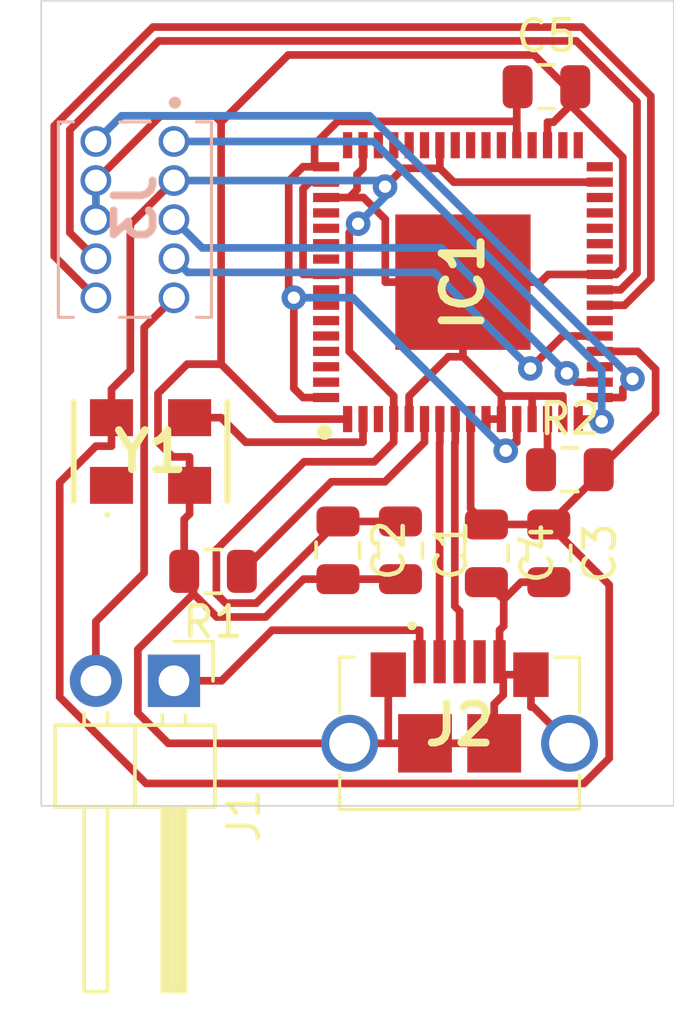
<source format=kicad_pcb>
(kicad_pcb (version 20171130) (host pcbnew 5.1.6)

  (general
    (thickness 1.6)
    (drawings 4)
    (tracks 228)
    (zones 0)
    (modules 12)
    (nets 51)
  )

  (page A4)
  (layers
    (0 F.Cu signal)
    (31 B.Cu signal)
    (32 B.Adhes user)
    (33 F.Adhes user)
    (34 B.Paste user)
    (35 F.Paste user)
    (36 B.SilkS user)
    (37 F.SilkS user)
    (38 B.Mask user)
    (39 F.Mask user)
    (40 Dwgs.User user)
    (41 Cmts.User user)
    (42 Eco1.User user)
    (43 Eco2.User user)
    (44 Edge.Cuts user)
    (45 Margin user)
    (46 B.CrtYd user)
    (47 F.CrtYd user)
    (48 B.Fab user)
    (49 F.Fab user)
  )

  (setup
    (last_trace_width 0.25)
    (user_trace_width 0.2)
    (trace_clearance 0.2)
    (zone_clearance 0.508)
    (zone_45_only no)
    (trace_min 0.2)
    (via_size 0.8)
    (via_drill 0.4)
    (via_min_size 0.4)
    (via_min_drill 0.3)
    (uvia_size 0.3)
    (uvia_drill 0.1)
    (uvias_allowed no)
    (uvia_min_size 0.2)
    (uvia_min_drill 0.1)
    (edge_width 0.05)
    (segment_width 0.2)
    (pcb_text_width 0.3)
    (pcb_text_size 1.5 1.5)
    (mod_edge_width 0.12)
    (mod_text_size 1 1)
    (mod_text_width 0.15)
    (pad_size 1.524 1.524)
    (pad_drill 0.762)
    (pad_to_mask_clearance 0.05)
    (aux_axis_origin 0 0)
    (visible_elements FFFFFF7F)
    (pcbplotparams
      (layerselection 0x010fc_ffffffff)
      (usegerberextensions false)
      (usegerberattributes true)
      (usegerberadvancedattributes true)
      (creategerberjobfile true)
      (excludeedgelayer true)
      (linewidth 0.100000)
      (plotframeref false)
      (viasonmask false)
      (mode 1)
      (useauxorigin false)
      (hpglpennumber 1)
      (hpglpenspeed 20)
      (hpglpendiameter 15.000000)
      (psnegative false)
      (psa4output false)
      (plotreference true)
      (plotvalue true)
      (plotinvisibletext false)
      (padsonsilk false)
      (subtractmaskfromsilk false)
      (outputformat 1)
      (mirror false)
      (drillshape 0)
      (scaleselection 1)
      (outputdirectory "PROG_V1.0"))
  )

  (net 0 "")
  (net 1 "Net-(IC1-Pad63)")
  (net 2 "Net-(IC1-Pad62)")
  (net 3 "Net-(IC1-Pad61)")
  (net 4 "Net-(IC1-Pad60)")
  (net 5 "Net-(IC1-Pad59)")
  (net 6 "Net-(IC1-Pad58)")
  (net 7 "Net-(IC1-Pad57)")
  (net 8 "Net-(IC1-Pad55)")
  (net 9 "Net-(IC1-Pad54)")
  (net 10 "Net-(IC1-Pad53)")
  (net 11 "Net-(IC1-Pad52)")
  (net 12 "Net-(IC1-Pad48)")
  (net 13 "Net-(IC1-Pad46)")
  (net 14 "Net-(IC1-Pad45)")
  (net 15 "Net-(IC1-Pad44)")
  (net 16 "Net-(IC1-Pad43)")
  (net 17 "Net-(IC1-Pad41)")
  (net 18 "Net-(IC1-Pad40)")
  (net 19 "Net-(IC1-Pad39)")
  (net 20 "Net-(IC1-Pad38)")
  (net 21 "Net-(IC1-Pad36)")
  (net 22 "Net-(IC1-Pad34)")
  (net 23 "Net-(IC1-Pad33)")
  (net 24 "Net-(IC1-Pad32)")
  (net 25 "Net-(IC1-Pad30)")
  (net 26 "Net-(IC1-Pad29)")
  (net 27 "Net-(IC1-Pad28)")
  (net 28 "Net-(IC1-Pad27)")
  (net 29 "Net-(IC1-Pad26)")
  (net 30 "Net-(IC1-Pad22)")
  (net 31 "Net-(IC1-Pad19)")
  (net 32 "Net-(IC1-Pad14)")
  (net 33 "Net-(IC1-Pad8)")
  (net 34 "Net-(IC1-Pad7)")
  (net 35 "Net-(IC1-Pad6)")
  (net 36 "Net-(IC1-Pad3)")
  (net 37 "Net-(IC1-Pad2)")
  (net 38 +5V)
  (net 39 GND)
  (net 40 "Net-(J2-Pad4)")
  (net 41 +3V3)
  (net 42 "Net-(Y1-Pad1)")
  (net 43 CRESET)
  (net 44 CDONE)
  (net 45 MISO)
  (net 46 MOSI)
  (net 47 SCK)
  (net 48 CS)
  (net 49 "Net-(J1-Pad1)")
  (net 50 "Net-(C5-Pad1)")

  (net_class Default "This is the default net class."
    (clearance 0.2)
    (trace_width 0.25)
    (via_dia 0.8)
    (via_drill 0.4)
    (uvia_dia 0.3)
    (uvia_drill 0.1)
    (add_net +3V3)
    (add_net +5V)
    (add_net CDONE)
    (add_net CRESET)
    (add_net CS)
    (add_net GND)
    (add_net MISO)
    (add_net MOSI)
    (add_net "Net-(C5-Pad1)")
    (add_net "Net-(IC1-Pad14)")
    (add_net "Net-(IC1-Pad19)")
    (add_net "Net-(IC1-Pad2)")
    (add_net "Net-(IC1-Pad22)")
    (add_net "Net-(IC1-Pad26)")
    (add_net "Net-(IC1-Pad27)")
    (add_net "Net-(IC1-Pad28)")
    (add_net "Net-(IC1-Pad29)")
    (add_net "Net-(IC1-Pad3)")
    (add_net "Net-(IC1-Pad30)")
    (add_net "Net-(IC1-Pad32)")
    (add_net "Net-(IC1-Pad33)")
    (add_net "Net-(IC1-Pad34)")
    (add_net "Net-(IC1-Pad36)")
    (add_net "Net-(IC1-Pad38)")
    (add_net "Net-(IC1-Pad39)")
    (add_net "Net-(IC1-Pad40)")
    (add_net "Net-(IC1-Pad41)")
    (add_net "Net-(IC1-Pad43)")
    (add_net "Net-(IC1-Pad44)")
    (add_net "Net-(IC1-Pad45)")
    (add_net "Net-(IC1-Pad46)")
    (add_net "Net-(IC1-Pad48)")
    (add_net "Net-(IC1-Pad52)")
    (add_net "Net-(IC1-Pad53)")
    (add_net "Net-(IC1-Pad54)")
    (add_net "Net-(IC1-Pad55)")
    (add_net "Net-(IC1-Pad57)")
    (add_net "Net-(IC1-Pad58)")
    (add_net "Net-(IC1-Pad59)")
    (add_net "Net-(IC1-Pad6)")
    (add_net "Net-(IC1-Pad60)")
    (add_net "Net-(IC1-Pad61)")
    (add_net "Net-(IC1-Pad62)")
    (add_net "Net-(IC1-Pad63)")
    (add_net "Net-(IC1-Pad7)")
    (add_net "Net-(IC1-Pad8)")
    (add_net "Net-(J1-Pad1)")
    (add_net "Net-(J2-Pad4)")
    (add_net "Net-(Y1-Pad1)")
    (add_net SCK)
  )

  (module ECS-5032MV-120-BM-TR:ECS5032MV120BMTR (layer F.Cu) (tedit 0) (tstamp 60817F01)
    (at 51.562 153.078)
    (descr ECS-5032MV-120-BM-TR-1)
    (tags "Crystal or Oscillator")
    (path /6082A876)
    (attr smd)
    (fp_text reference Y1 (at 0 0) (layer F.SilkS)
      (effects (font (size 1.27 1.27) (thickness 0.254)))
    )
    (fp_text value ECS-5032MV-120-BM-TR (at 0 0) (layer F.SilkS) hide
      (effects (font (size 1.27 1.27) (thickness 0.254)))
    )
    (fp_line (start -2.5 -1.6) (end -2.5 1.6) (layer F.SilkS) (width 0.2))
    (fp_line (start 2.5 -1.6) (end 2.5 1.6) (layer F.SilkS) (width 0.2))
    (fp_line (start -1.4 2.1) (end -1.4 2.1) (layer F.SilkS) (width 0.1))
    (fp_line (start -1.4 2) (end -1.4 2) (layer F.SilkS) (width 0.1))
    (fp_line (start -3.5 2.7) (end -3.5 -2.7) (layer F.CrtYd) (width 0.1))
    (fp_line (start 3.5 2.7) (end -3.5 2.7) (layer F.CrtYd) (width 0.1))
    (fp_line (start 3.5 -2.7) (end 3.5 2.7) (layer F.CrtYd) (width 0.1))
    (fp_line (start -3.5 -2.7) (end 3.5 -2.7) (layer F.CrtYd) (width 0.1))
    (fp_line (start -2.5 1.6) (end -2.5 -1.6) (layer F.Fab) (width 0.1))
    (fp_line (start 2.5 1.6) (end -2.5 1.6) (layer F.Fab) (width 0.1))
    (fp_line (start 2.5 -1.6) (end 2.5 1.6) (layer F.Fab) (width 0.1))
    (fp_line (start -2.5 -1.6) (end 2.5 -1.6) (layer F.Fab) (width 0.1))
    (fp_arc (start -1.4 2.05) (end -1.4 2.1) (angle -180) (layer F.SilkS) (width 0.1))
    (fp_arc (start -1.4 2.05) (end -1.4 2) (angle -180) (layer F.SilkS) (width 0.1))
    (fp_text user %R (at 0 0) (layer F.Fab)
      (effects (font (size 1.27 1.27) (thickness 0.254)))
    )
    (pad 4 smd rect (at -1.27 -1.1 90) (size 1.2 1.4) (layers F.Cu F.Paste F.Mask)
      (net 41 +3V3))
    (pad 3 smd rect (at 1.27 -1.1 90) (size 1.2 1.4) (layers F.Cu F.Paste F.Mask)
      (net 37 "Net-(IC1-Pad2)"))
    (pad 2 smd rect (at 1.27 1.1 90) (size 1.2 1.4) (layers F.Cu F.Paste F.Mask)
      (net 39 GND))
    (pad 1 smd rect (at -1.27 1.1 90) (size 1.2 1.4) (layers F.Cu F.Paste F.Mask)
      (net 42 "Net-(Y1-Pad1)"))
    (model ECS-5032MV-120-BM-TR.stp
      (at (xyz 0 0 0))
      (scale (xyz 1 1 1))
      (rotate (xyz 0 0 0))
    )
  )

  (module Capacitor_SMD:C_0805_2012Metric (layer F.Cu) (tedit 5B36C52B) (tstamp 608194A3)
    (at 62.484 156.386 270)
    (descr "Capacitor SMD 0805 (2012 Metric), square (rectangular) end terminal, IPC_7351 nominal, (Body size source: https://docs.google.com/spreadsheets/d/1BsfQQcO9C6DZCsRaXUlFlo91Tg2WpOkGARC1WS5S8t0/edit?usp=sharing), generated with kicad-footprint-generator")
    (tags capacitor)
    (path /60859917)
    (attr smd)
    (fp_text reference C4 (at 0 -1.65 90) (layer F.SilkS)
      (effects (font (size 1 1) (thickness 0.15)))
    )
    (fp_text value 100nF (at 0 1.65 90) (layer F.Fab)
      (effects (font (size 1 1) (thickness 0.15)))
    )
    (fp_line (start 1.68 0.95) (end -1.68 0.95) (layer F.CrtYd) (width 0.05))
    (fp_line (start 1.68 -0.95) (end 1.68 0.95) (layer F.CrtYd) (width 0.05))
    (fp_line (start -1.68 -0.95) (end 1.68 -0.95) (layer F.CrtYd) (width 0.05))
    (fp_line (start -1.68 0.95) (end -1.68 -0.95) (layer F.CrtYd) (width 0.05))
    (fp_line (start -0.258578 0.71) (end 0.258578 0.71) (layer F.SilkS) (width 0.12))
    (fp_line (start -0.258578 -0.71) (end 0.258578 -0.71) (layer F.SilkS) (width 0.12))
    (fp_line (start 1 0.6) (end -1 0.6) (layer F.Fab) (width 0.1))
    (fp_line (start 1 -0.6) (end 1 0.6) (layer F.Fab) (width 0.1))
    (fp_line (start -1 -0.6) (end 1 -0.6) (layer F.Fab) (width 0.1))
    (fp_line (start -1 0.6) (end -1 -0.6) (layer F.Fab) (width 0.1))
    (fp_text user %R (at 0 0 90) (layer F.Fab)
      (effects (font (size 0.5 0.5) (thickness 0.08)))
    )
    (pad 2 smd roundrect (at 0.9375 0 270) (size 0.975 1.4) (layers F.Cu F.Paste F.Mask) (roundrect_rratio 0.25)
      (net 39 GND))
    (pad 1 smd roundrect (at -0.9375 0 270) (size 0.975 1.4) (layers F.Cu F.Paste F.Mask) (roundrect_rratio 0.25)
      (net 41 +3V3))
    (model ${KISYS3DMOD}/Capacitor_SMD.3dshapes/C_0805_2012Metric.wrl
      (at (xyz 0 0 0))
      (scale (xyz 1 1 1))
      (rotate (xyz 0 0 0))
    )
  )

  (module USB3075-30-A:USB307530A (layer F.Cu) (tedit 0) (tstamp 60817EC7)
    (at 61.613 162.56)
    (descr USB3075-30-A-4)
    (tags Connector)
    (path /608198C5)
    (fp_text reference J2 (at 0 -0.6) (layer F.SilkS)
      (effects (font (size 1.27 1.27) (thickness 0.254)))
    )
    (fp_text value USB3075-30-A (at 0 -0.6) (layer F.SilkS) hide
      (effects (font (size 1.27 1.27) (thickness 0.254)))
    )
    (fp_line (start -1.6 -3.825) (end -1.6 -3.825) (layer F.SilkS) (width 0.2))
    (fp_line (start -1.5 -3.825) (end -1.5 -3.825) (layer F.SilkS) (width 0.2))
    (fp_line (start 3.9 -2.8) (end 3.9 -1) (layer F.SilkS) (width 0.1))
    (fp_line (start 3.075 -2.8) (end 3.9 -2.8) (layer F.SilkS) (width 0.1))
    (fp_line (start 3.9 2.15) (end 3.9 1) (layer F.SilkS) (width 0.1))
    (fp_line (start -3.9 2.15) (end 3.9 2.15) (layer F.SilkS) (width 0.1))
    (fp_line (start -3.9 1) (end -3.9 2.15) (layer F.SilkS) (width 0.1))
    (fp_line (start -3.9 -2.8) (end -3.9 -1) (layer F.SilkS) (width 0.1))
    (fp_line (start -3.425 -2.8) (end -3.9 -2.8) (layer F.SilkS) (width 0.1))
    (fp_line (start -5.415 3.15) (end -5.415 -4.35) (layer F.CrtYd) (width 0.1))
    (fp_line (start 5.415 3.15) (end -5.415 3.15) (layer F.CrtYd) (width 0.1))
    (fp_line (start 5.415 -4.35) (end 5.415 3.15) (layer F.CrtYd) (width 0.1))
    (fp_line (start -5.415 -4.35) (end 5.415 -4.35) (layer F.CrtYd) (width 0.1))
    (fp_line (start -3.9 2.15) (end -3.9 -2.8) (layer F.Fab) (width 0.2))
    (fp_line (start 3.9 2.15) (end -3.9 2.15) (layer F.Fab) (width 0.2))
    (fp_line (start 3.9 -2.8) (end 3.9 2.15) (layer F.Fab) (width 0.2))
    (fp_line (start -3.9 -2.8) (end 3.9 -2.8) (layer F.Fab) (width 0.2))
    (fp_arc (start -1.55 -3.825) (end -1.6 -3.825) (angle -180) (layer F.SilkS) (width 0.2))
    (fp_arc (start -1.55 -3.825) (end -1.5 -3.825) (angle -180) (layer F.SilkS) (width 0.2))
    (fp_text user %R (at 0 -0.6) (layer F.Fab)
      (effects (font (size 1.27 1.27) (thickness 0.254)))
    )
    (pad MP4 smd rect (at 2.32 -2.23) (size 1.15 1.45) (layers F.Cu F.Paste F.Mask)
      (net 39 GND))
    (pad MP3 smd rect (at -2.32 -2.23) (size 1.15 1.45) (layers F.Cu F.Paste F.Mask)
      (net 39 GND))
    (pad MP2 smd rect (at 1.125 0) (size 1.75 1.9) (layers F.Cu F.Paste F.Mask)
      (net 39 GND))
    (pad MP1 smd rect (at -1.125 0) (size 1.75 1.9) (layers F.Cu F.Paste F.Mask)
      (net 39 GND))
    (pad MH2 thru_hole circle (at 3.575 0) (size 1.85 1.85) (drill 1.3285) (layers *.Cu *.Mask)
      (net 39 GND))
    (pad MH1 thru_hole circle (at -3.575 0) (size 1.85 1.85) (drill 1.3285) (layers *.Cu *.Mask)
      (net 39 GND))
    (pad 5 smd rect (at 1.3 -2.65) (size 0.4 1.4) (layers F.Cu F.Paste F.Mask)
      (net 39 GND))
    (pad 4 smd rect (at 0.65 -2.65) (size 0.4 1.4) (layers F.Cu F.Paste F.Mask)
      (net 40 "Net-(J2-Pad4)"))
    (pad 3 smd rect (at 0 -2.65) (size 0.4 1.4) (layers F.Cu F.Paste F.Mask)
      (net 33 "Net-(IC1-Pad8)"))
    (pad 2 smd rect (at -0.65 -2.65) (size 0.4 1.4) (layers F.Cu F.Paste F.Mask)
      (net 34 "Net-(IC1-Pad7)"))
    (pad 1 smd rect (at -1.3 -2.65) (size 0.4 1.4) (layers F.Cu F.Paste F.Mask)
      (net 49 "Net-(J1-Pad1)"))
    (model USB3075-30-A.stp
      (at (xyz 0 0 0))
      (scale (xyz 1 1 1))
      (rotate (xyz 0 0 0))
    )
  )

  (module Resistor_SMD:R_0805_2012Metric (layer F.Cu) (tedit 5B36C52B) (tstamp 60819660)
    (at 65.1995 153.67)
    (descr "Resistor SMD 0805 (2012 Metric), square (rectangular) end terminal, IPC_7351 nominal, (Body size source: https://docs.google.com/spreadsheets/d/1BsfQQcO9C6DZCsRaXUlFlo91Tg2WpOkGARC1WS5S8t0/edit?usp=sharing), generated with kicad-footprint-generator")
    (tags resistor)
    (path /6085000F)
    (attr smd)
    (fp_text reference R2 (at 0 -1.65) (layer F.SilkS)
      (effects (font (size 1 1) (thickness 0.15)))
    )
    (fp_text value 2k2 (at 0 1.65) (layer F.Fab)
      (effects (font (size 1 1) (thickness 0.15)))
    )
    (fp_line (start 1.68 0.95) (end -1.68 0.95) (layer F.CrtYd) (width 0.05))
    (fp_line (start 1.68 -0.95) (end 1.68 0.95) (layer F.CrtYd) (width 0.05))
    (fp_line (start -1.68 -0.95) (end 1.68 -0.95) (layer F.CrtYd) (width 0.05))
    (fp_line (start -1.68 0.95) (end -1.68 -0.95) (layer F.CrtYd) (width 0.05))
    (fp_line (start -0.258578 0.71) (end 0.258578 0.71) (layer F.SilkS) (width 0.12))
    (fp_line (start -0.258578 -0.71) (end 0.258578 -0.71) (layer F.SilkS) (width 0.12))
    (fp_line (start 1 0.6) (end -1 0.6) (layer F.Fab) (width 0.1))
    (fp_line (start 1 -0.6) (end 1 0.6) (layer F.Fab) (width 0.1))
    (fp_line (start -1 -0.6) (end 1 -0.6) (layer F.Fab) (width 0.1))
    (fp_line (start -1 0.6) (end -1 -0.6) (layer F.Fab) (width 0.1))
    (fp_text user %R (at 0 0) (layer F.Fab)
      (effects (font (size 0.5 0.5) (thickness 0.08)))
    )
    (pad 2 smd roundrect (at 0.9375 0) (size 0.975 1.4) (layers F.Cu F.Paste F.Mask) (roundrect_rratio 0.25)
      (net 41 +3V3))
    (pad 1 smd roundrect (at -0.9375 0) (size 0.975 1.4) (layers F.Cu F.Paste F.Mask) (roundrect_rratio 0.25)
      (net 32 "Net-(IC1-Pad14)"))
    (model ${KISYS3DMOD}/Resistor_SMD.3dshapes/R_0805_2012Metric.wrl
      (at (xyz 0 0 0))
      (scale (xyz 1 1 1))
      (rotate (xyz 0 0 0))
    )
  )

  (module Resistor_SMD:R_0805_2012Metric (layer F.Cu) (tedit 5B36C52B) (tstamp 6081964F)
    (at 53.594 156.972 180)
    (descr "Resistor SMD 0805 (2012 Metric), square (rectangular) end terminal, IPC_7351 nominal, (Body size source: https://docs.google.com/spreadsheets/d/1BsfQQcO9C6DZCsRaXUlFlo91Tg2WpOkGARC1WS5S8t0/edit?usp=sharing), generated with kicad-footprint-generator")
    (tags resistor)
    (path /60848783)
    (attr smd)
    (fp_text reference R1 (at 0 -1.65) (layer F.SilkS)
      (effects (font (size 1 1) (thickness 0.15)))
    )
    (fp_text value 12k (at 0 1.65) (layer F.Fab)
      (effects (font (size 1 1) (thickness 0.15)))
    )
    (fp_line (start 1.68 0.95) (end -1.68 0.95) (layer F.CrtYd) (width 0.05))
    (fp_line (start 1.68 -0.95) (end 1.68 0.95) (layer F.CrtYd) (width 0.05))
    (fp_line (start -1.68 -0.95) (end 1.68 -0.95) (layer F.CrtYd) (width 0.05))
    (fp_line (start -1.68 0.95) (end -1.68 -0.95) (layer F.CrtYd) (width 0.05))
    (fp_line (start -0.258578 0.71) (end 0.258578 0.71) (layer F.SilkS) (width 0.12))
    (fp_line (start -0.258578 -0.71) (end 0.258578 -0.71) (layer F.SilkS) (width 0.12))
    (fp_line (start 1 0.6) (end -1 0.6) (layer F.Fab) (width 0.1))
    (fp_line (start 1 -0.6) (end 1 0.6) (layer F.Fab) (width 0.1))
    (fp_line (start -1 -0.6) (end 1 -0.6) (layer F.Fab) (width 0.1))
    (fp_line (start -1 0.6) (end -1 -0.6) (layer F.Fab) (width 0.1))
    (fp_text user %R (at 0 0) (layer F.Fab)
      (effects (font (size 0.5 0.5) (thickness 0.08)))
    )
    (pad 2 smd roundrect (at 0.9375 0 180) (size 0.975 1.4) (layers F.Cu F.Paste F.Mask) (roundrect_rratio 0.25)
      (net 39 GND))
    (pad 1 smd roundrect (at -0.9375 0 180) (size 0.975 1.4) (layers F.Cu F.Paste F.Mask) (roundrect_rratio 0.25)
      (net 35 "Net-(IC1-Pad6)"))
    (model ${KISYS3DMOD}/Resistor_SMD.3dshapes/R_0805_2012Metric.wrl
      (at (xyz 0 0 0))
      (scale (xyz 1 1 1))
      (rotate (xyz 0 0 0))
    )
  )

  (module Capacitor_SMD:C_0805_2012Metric (layer F.Cu) (tedit 5B36C52B) (tstamp 608194B4)
    (at 64.4375 141.224)
    (descr "Capacitor SMD 0805 (2012 Metric), square (rectangular) end terminal, IPC_7351 nominal, (Body size source: https://docs.google.com/spreadsheets/d/1BsfQQcO9C6DZCsRaXUlFlo91Tg2WpOkGARC1WS5S8t0/edit?usp=sharing), generated with kicad-footprint-generator")
    (tags capacitor)
    (path /60863D2D)
    (attr smd)
    (fp_text reference C5 (at 0 -1.65) (layer F.SilkS)
      (effects (font (size 1 1) (thickness 0.15)))
    )
    (fp_text value 3.3uF (at 0 1.65) (layer F.Fab)
      (effects (font (size 1 1) (thickness 0.15)))
    )
    (fp_line (start 1.68 0.95) (end -1.68 0.95) (layer F.CrtYd) (width 0.05))
    (fp_line (start 1.68 -0.95) (end 1.68 0.95) (layer F.CrtYd) (width 0.05))
    (fp_line (start -1.68 -0.95) (end 1.68 -0.95) (layer F.CrtYd) (width 0.05))
    (fp_line (start -1.68 0.95) (end -1.68 -0.95) (layer F.CrtYd) (width 0.05))
    (fp_line (start -0.258578 0.71) (end 0.258578 0.71) (layer F.SilkS) (width 0.12))
    (fp_line (start -0.258578 -0.71) (end 0.258578 -0.71) (layer F.SilkS) (width 0.12))
    (fp_line (start 1 0.6) (end -1 0.6) (layer F.Fab) (width 0.1))
    (fp_line (start 1 -0.6) (end 1 0.6) (layer F.Fab) (width 0.1))
    (fp_line (start -1 -0.6) (end 1 -0.6) (layer F.Fab) (width 0.1))
    (fp_line (start -1 0.6) (end -1 -0.6) (layer F.Fab) (width 0.1))
    (fp_text user %R (at 0 0) (layer F.Fab)
      (effects (font (size 0.5 0.5) (thickness 0.08)))
    )
    (pad 2 smd roundrect (at 0.9375 0) (size 0.975 1.4) (layers F.Cu F.Paste F.Mask) (roundrect_rratio 0.25)
      (net 39 GND))
    (pad 1 smd roundrect (at -0.9375 0) (size 0.975 1.4) (layers F.Cu F.Paste F.Mask) (roundrect_rratio 0.25)
      (net 50 "Net-(C5-Pad1)"))
    (model ${KISYS3DMOD}/Capacitor_SMD.3dshapes/C_0805_2012Metric.wrl
      (at (xyz 0 0 0))
      (scale (xyz 1 1 1))
      (rotate (xyz 0 0 0))
    )
  )

  (module Capacitor_SMD:C_0805_2012Metric (layer F.Cu) (tedit 5B36C52B) (tstamp 60819492)
    (at 64.516 156.386 270)
    (descr "Capacitor SMD 0805 (2012 Metric), square (rectangular) end terminal, IPC_7351 nominal, (Body size source: https://docs.google.com/spreadsheets/d/1BsfQQcO9C6DZCsRaXUlFlo91Tg2WpOkGARC1WS5S8t0/edit?usp=sharing), generated with kicad-footprint-generator")
    (tags capacitor)
    (path /60859905)
    (attr smd)
    (fp_text reference C3 (at 0 -1.65 90) (layer F.SilkS)
      (effects (font (size 1 1) (thickness 0.15)))
    )
    (fp_text value 4.7uF (at 0 1.65 90) (layer F.Fab)
      (effects (font (size 1 1) (thickness 0.15)))
    )
    (fp_line (start 1.68 0.95) (end -1.68 0.95) (layer F.CrtYd) (width 0.05))
    (fp_line (start 1.68 -0.95) (end 1.68 0.95) (layer F.CrtYd) (width 0.05))
    (fp_line (start -1.68 -0.95) (end 1.68 -0.95) (layer F.CrtYd) (width 0.05))
    (fp_line (start -1.68 0.95) (end -1.68 -0.95) (layer F.CrtYd) (width 0.05))
    (fp_line (start -0.258578 0.71) (end 0.258578 0.71) (layer F.SilkS) (width 0.12))
    (fp_line (start -0.258578 -0.71) (end 0.258578 -0.71) (layer F.SilkS) (width 0.12))
    (fp_line (start 1 0.6) (end -1 0.6) (layer F.Fab) (width 0.1))
    (fp_line (start 1 -0.6) (end 1 0.6) (layer F.Fab) (width 0.1))
    (fp_line (start -1 -0.6) (end 1 -0.6) (layer F.Fab) (width 0.1))
    (fp_line (start -1 0.6) (end -1 -0.6) (layer F.Fab) (width 0.1))
    (fp_text user %R (at 0 0 90) (layer F.Fab)
      (effects (font (size 0.5 0.5) (thickness 0.08)))
    )
    (pad 2 smd roundrect (at 0.9375 0 270) (size 0.975 1.4) (layers F.Cu F.Paste F.Mask) (roundrect_rratio 0.25)
      (net 39 GND))
    (pad 1 smd roundrect (at -0.9375 0 270) (size 0.975 1.4) (layers F.Cu F.Paste F.Mask) (roundrect_rratio 0.25)
      (net 41 +3V3))
    (model ${KISYS3DMOD}/Capacitor_SMD.3dshapes/C_0805_2012Metric.wrl
      (at (xyz 0 0 0))
      (scale (xyz 1 1 1))
      (rotate (xyz 0 0 0))
    )
  )

  (module Capacitor_SMD:C_0805_2012Metric (layer F.Cu) (tedit 5B36C52B) (tstamp 60819481)
    (at 57.658 156.288 270)
    (descr "Capacitor SMD 0805 (2012 Metric), square (rectangular) end terminal, IPC_7351 nominal, (Body size source: https://docs.google.com/spreadsheets/d/1BsfQQcO9C6DZCsRaXUlFlo91Tg2WpOkGARC1WS5S8t0/edit?usp=sharing), generated with kicad-footprint-generator")
    (tags capacitor)
    (path /60855E73)
    (attr smd)
    (fp_text reference C2 (at 0 -1.65 90) (layer F.SilkS)
      (effects (font (size 1 1) (thickness 0.15)))
    )
    (fp_text value 100nF (at 0 1.65 90) (layer F.Fab)
      (effects (font (size 1 1) (thickness 0.15)))
    )
    (fp_line (start 1.68 0.95) (end -1.68 0.95) (layer F.CrtYd) (width 0.05))
    (fp_line (start 1.68 -0.95) (end 1.68 0.95) (layer F.CrtYd) (width 0.05))
    (fp_line (start -1.68 -0.95) (end 1.68 -0.95) (layer F.CrtYd) (width 0.05))
    (fp_line (start -1.68 0.95) (end -1.68 -0.95) (layer F.CrtYd) (width 0.05))
    (fp_line (start -0.258578 0.71) (end 0.258578 0.71) (layer F.SilkS) (width 0.12))
    (fp_line (start -0.258578 -0.71) (end 0.258578 -0.71) (layer F.SilkS) (width 0.12))
    (fp_line (start 1 0.6) (end -1 0.6) (layer F.Fab) (width 0.1))
    (fp_line (start 1 -0.6) (end 1 0.6) (layer F.Fab) (width 0.1))
    (fp_line (start -1 -0.6) (end 1 -0.6) (layer F.Fab) (width 0.1))
    (fp_line (start -1 0.6) (end -1 -0.6) (layer F.Fab) (width 0.1))
    (fp_text user %R (at 0 0 90) (layer F.Fab)
      (effects (font (size 0.5 0.5) (thickness 0.08)))
    )
    (pad 2 smd roundrect (at 0.9375 0 270) (size 0.975 1.4) (layers F.Cu F.Paste F.Mask) (roundrect_rratio 0.25)
      (net 39 GND))
    (pad 1 smd roundrect (at -0.9375 0 270) (size 0.975 1.4) (layers F.Cu F.Paste F.Mask) (roundrect_rratio 0.25)
      (net 41 +3V3))
    (model ${KISYS3DMOD}/Capacitor_SMD.3dshapes/C_0805_2012Metric.wrl
      (at (xyz 0 0 0))
      (scale (xyz 1 1 1))
      (rotate (xyz 0 0 0))
    )
  )

  (module Capacitor_SMD:C_0805_2012Metric (layer F.Cu) (tedit 5B36C52B) (tstamp 60819470)
    (at 59.69 156.288 270)
    (descr "Capacitor SMD 0805 (2012 Metric), square (rectangular) end terminal, IPC_7351 nominal, (Body size source: https://docs.google.com/spreadsheets/d/1BsfQQcO9C6DZCsRaXUlFlo91Tg2WpOkGARC1WS5S8t0/edit?usp=sharing), generated with kicad-footprint-generator")
    (tags capacitor)
    (path /608520AD)
    (attr smd)
    (fp_text reference C1 (at 0 -1.65 90) (layer F.SilkS)
      (effects (font (size 1 1) (thickness 0.15)))
    )
    (fp_text value 4.7uF (at 0 1.65 90) (layer F.Fab)
      (effects (font (size 1 1) (thickness 0.15)))
    )
    (fp_line (start 1.68 0.95) (end -1.68 0.95) (layer F.CrtYd) (width 0.05))
    (fp_line (start 1.68 -0.95) (end 1.68 0.95) (layer F.CrtYd) (width 0.05))
    (fp_line (start -1.68 -0.95) (end 1.68 -0.95) (layer F.CrtYd) (width 0.05))
    (fp_line (start -1.68 0.95) (end -1.68 -0.95) (layer F.CrtYd) (width 0.05))
    (fp_line (start -0.258578 0.71) (end 0.258578 0.71) (layer F.SilkS) (width 0.12))
    (fp_line (start -0.258578 -0.71) (end 0.258578 -0.71) (layer F.SilkS) (width 0.12))
    (fp_line (start 1 0.6) (end -1 0.6) (layer F.Fab) (width 0.1))
    (fp_line (start 1 -0.6) (end 1 0.6) (layer F.Fab) (width 0.1))
    (fp_line (start -1 -0.6) (end 1 -0.6) (layer F.Fab) (width 0.1))
    (fp_line (start -1 0.6) (end -1 -0.6) (layer F.Fab) (width 0.1))
    (fp_text user %R (at 0 0 90) (layer F.Fab)
      (effects (font (size 0.5 0.5) (thickness 0.08)))
    )
    (pad 2 smd roundrect (at 0.9375 0 270) (size 0.975 1.4) (layers F.Cu F.Paste F.Mask) (roundrect_rratio 0.25)
      (net 39 GND))
    (pad 1 smd roundrect (at -0.9375 0 270) (size 0.975 1.4) (layers F.Cu F.Paste F.Mask) (roundrect_rratio 0.25)
      (net 41 +3V3))
    (model ${KISYS3DMOD}/Capacitor_SMD.3dshapes/C_0805_2012Metric.wrl
      (at (xyz 0 0 0))
      (scale (xyz 1 1 1))
      (rotate (xyz 0 0 0))
    )
  )

  (module MTMS-105-02-T-D-002:MTMS10502TD002 (layer B.Cu) (tedit 0) (tstamp 60817EEA)
    (at 52.324 143.002 270)
    (descr MTMS-105-02-T-D-002-4)
    (tags Connector)
    (path /6082C4A6)
    (fp_text reference J3 (at 2.177 1.27 90) (layer B.SilkS)
      (effects (font (size 1.27 1.27) (thickness 0.254)) (justify mirror))
    )
    (fp_text value MTMS-105-02-T-D-002 (at 2.177 1.27 90) (layer B.SilkS) hide
      (effects (font (size 1.27 1.27) (thickness 0.254)) (justify mirror))
    )
    (fp_line (start 5.715 1.77) (end 5.715 0.77) (layer B.SilkS) (width 0.1))
    (fp_line (start -0.635 1.77) (end -0.635 0.77) (layer B.SilkS) (width 0.1))
    (fp_line (start 5.715 -1.22) (end 5.715 -0.73) (layer B.SilkS) (width 0.1))
    (fp_line (start -0.635 -1.22) (end 5.715 -1.22) (layer B.SilkS) (width 0.1))
    (fp_line (start -0.635 -0.73) (end -0.635 -1.22) (layer B.SilkS) (width 0.1))
    (fp_line (start 5.715 3.76) (end 5.715 3.27) (layer B.SilkS) (width 0.1))
    (fp_line (start -0.635 3.76) (end 5.715 3.76) (layer B.SilkS) (width 0.1))
    (fp_line (start -0.635 3.27) (end -0.635 3.76) (layer B.SilkS) (width 0.1))
    (fp_line (start -1.26 -0.13) (end -1.26 -0.13) (layer B.SilkS) (width 0.2))
    (fp_line (start -1.26 0.07) (end -1.26 0.07) (layer B.SilkS) (width 0.2))
    (fp_line (start -1.86 -1.72) (end -1.86 4.26) (layer B.CrtYd) (width 0.1))
    (fp_line (start 6.215 -1.72) (end -1.86 -1.72) (layer B.CrtYd) (width 0.1))
    (fp_line (start 6.215 4.26) (end 6.215 -1.72) (layer B.CrtYd) (width 0.1))
    (fp_line (start -1.86 4.26) (end 6.215 4.26) (layer B.CrtYd) (width 0.1))
    (fp_line (start -0.635 -1.22) (end -0.635 3.76) (layer B.Fab) (width 0.2))
    (fp_line (start 5.715 -1.22) (end -0.635 -1.22) (layer B.Fab) (width 0.2))
    (fp_line (start 5.715 3.76) (end 5.715 -1.22) (layer B.Fab) (width 0.2))
    (fp_line (start -0.635 3.76) (end 5.715 3.76) (layer B.Fab) (width 0.2))
    (fp_arc (start -1.26 -0.03) (end -1.26 -0.13) (angle 180) (layer B.SilkS) (width 0.2))
    (fp_arc (start -1.26 -0.03) (end -1.26 0.07) (angle 180) (layer B.SilkS) (width 0.2))
    (fp_text user %R (at 2.177 1.27 90) (layer B.Fab)
      (effects (font (size 1.27 1.27) (thickness 0.254)) (justify mirror))
    )
    (pad 10 thru_hole circle (at 5.08 2.54 270) (size 1 1) (drill 0.71) (layers *.Cu *.Mask)
      (net 44 CDONE))
    (pad 9 thru_hole circle (at 5.08 0 270) (size 1 1) (drill 0.71) (layers *.Cu *.Mask)
      (net 38 +5V))
    (pad 8 thru_hole circle (at 3.81 2.54 270) (size 1 1) (drill 0.71) (layers *.Cu *.Mask)
      (net 43 CRESET))
    (pad 7 thru_hole circle (at 3.81 0 270) (size 1 1) (drill 0.71) (layers *.Cu *.Mask)
      (net 48 CS))
    (pad 6 thru_hole circle (at 2.54 2.54 270) (size 1 1) (drill 0.71) (layers *.Cu *.Mask)
      (net 39 GND))
    (pad 5 thru_hole circle (at 2.54 0 270) (size 1 1) (drill 0.71) (layers *.Cu *.Mask)
      (net 45 MISO))
    (pad 4 thru_hole circle (at 1.27 2.54 270) (size 1 1) (drill 0.71) (layers *.Cu *.Mask)
      (net 39 GND))
    (pad 3 thru_hole circle (at 1.27 0 270) (size 1 1) (drill 0.71) (layers *.Cu *.Mask)
      (net 41 +3V3))
    (pad 2 thru_hole circle (at 0 2.54 270) (size 1 1) (drill 0.71) (layers *.Cu *.Mask)
      (net 46 MOSI))
    (pad 1 thru_hole circle (at 0 0 270) (size 1 1) (drill 0.71) (layers *.Cu *.Mask)
      (net 47 SCK))
    (model MTMS-105-02-T-D-002.stp
      (at (xyz 0 0 0))
      (scale (xyz 1 1 1))
      (rotate (xyz 0 0 0))
    )
  )

  (module Connector_PinHeader_2.54mm:PinHeader_1x02_P2.54mm_Horizontal (layer F.Cu) (tedit 59FED5CB) (tstamp 60817EA4)
    (at 52.324 160.528 270)
    (descr "Through hole angled pin header, 1x02, 2.54mm pitch, 6mm pin length, single row")
    (tags "Through hole angled pin header THT 1x02 2.54mm single row")
    (path /60830F8A)
    (fp_text reference J1 (at 4.385 -2.27 90) (layer F.SilkS)
      (effects (font (size 1 1) (thickness 0.15)))
    )
    (fp_text value Conn_01x02_Male (at 4.385 4.81 90) (layer F.Fab)
      (effects (font (size 1 1) (thickness 0.15)))
    )
    (fp_line (start 10.55 -1.8) (end -1.8 -1.8) (layer F.CrtYd) (width 0.05))
    (fp_line (start 10.55 4.35) (end 10.55 -1.8) (layer F.CrtYd) (width 0.05))
    (fp_line (start -1.8 4.35) (end 10.55 4.35) (layer F.CrtYd) (width 0.05))
    (fp_line (start -1.8 -1.8) (end -1.8 4.35) (layer F.CrtYd) (width 0.05))
    (fp_line (start -1.27 -1.27) (end 0 -1.27) (layer F.SilkS) (width 0.12))
    (fp_line (start -1.27 0) (end -1.27 -1.27) (layer F.SilkS) (width 0.12))
    (fp_line (start 1.042929 2.92) (end 1.44 2.92) (layer F.SilkS) (width 0.12))
    (fp_line (start 1.042929 2.16) (end 1.44 2.16) (layer F.SilkS) (width 0.12))
    (fp_line (start 10.1 2.92) (end 4.1 2.92) (layer F.SilkS) (width 0.12))
    (fp_line (start 10.1 2.16) (end 10.1 2.92) (layer F.SilkS) (width 0.12))
    (fp_line (start 4.1 2.16) (end 10.1 2.16) (layer F.SilkS) (width 0.12))
    (fp_line (start 1.44 1.27) (end 4.1 1.27) (layer F.SilkS) (width 0.12))
    (fp_line (start 1.11 0.38) (end 1.44 0.38) (layer F.SilkS) (width 0.12))
    (fp_line (start 1.11 -0.38) (end 1.44 -0.38) (layer F.SilkS) (width 0.12))
    (fp_line (start 4.1 0.28) (end 10.1 0.28) (layer F.SilkS) (width 0.12))
    (fp_line (start 4.1 0.16) (end 10.1 0.16) (layer F.SilkS) (width 0.12))
    (fp_line (start 4.1 0.04) (end 10.1 0.04) (layer F.SilkS) (width 0.12))
    (fp_line (start 4.1 -0.08) (end 10.1 -0.08) (layer F.SilkS) (width 0.12))
    (fp_line (start 4.1 -0.2) (end 10.1 -0.2) (layer F.SilkS) (width 0.12))
    (fp_line (start 4.1 -0.32) (end 10.1 -0.32) (layer F.SilkS) (width 0.12))
    (fp_line (start 10.1 0.38) (end 4.1 0.38) (layer F.SilkS) (width 0.12))
    (fp_line (start 10.1 -0.38) (end 10.1 0.38) (layer F.SilkS) (width 0.12))
    (fp_line (start 4.1 -0.38) (end 10.1 -0.38) (layer F.SilkS) (width 0.12))
    (fp_line (start 4.1 -1.33) (end 1.44 -1.33) (layer F.SilkS) (width 0.12))
    (fp_line (start 4.1 3.87) (end 4.1 -1.33) (layer F.SilkS) (width 0.12))
    (fp_line (start 1.44 3.87) (end 4.1 3.87) (layer F.SilkS) (width 0.12))
    (fp_line (start 1.44 -1.33) (end 1.44 3.87) (layer F.SilkS) (width 0.12))
    (fp_line (start 4.04 2.86) (end 10.04 2.86) (layer F.Fab) (width 0.1))
    (fp_line (start 10.04 2.22) (end 10.04 2.86) (layer F.Fab) (width 0.1))
    (fp_line (start 4.04 2.22) (end 10.04 2.22) (layer F.Fab) (width 0.1))
    (fp_line (start -0.32 2.86) (end 1.5 2.86) (layer F.Fab) (width 0.1))
    (fp_line (start -0.32 2.22) (end -0.32 2.86) (layer F.Fab) (width 0.1))
    (fp_line (start -0.32 2.22) (end 1.5 2.22) (layer F.Fab) (width 0.1))
    (fp_line (start 4.04 0.32) (end 10.04 0.32) (layer F.Fab) (width 0.1))
    (fp_line (start 10.04 -0.32) (end 10.04 0.32) (layer F.Fab) (width 0.1))
    (fp_line (start 4.04 -0.32) (end 10.04 -0.32) (layer F.Fab) (width 0.1))
    (fp_line (start -0.32 0.32) (end 1.5 0.32) (layer F.Fab) (width 0.1))
    (fp_line (start -0.32 -0.32) (end -0.32 0.32) (layer F.Fab) (width 0.1))
    (fp_line (start -0.32 -0.32) (end 1.5 -0.32) (layer F.Fab) (width 0.1))
    (fp_line (start 1.5 -0.635) (end 2.135 -1.27) (layer F.Fab) (width 0.1))
    (fp_line (start 1.5 3.81) (end 1.5 -0.635) (layer F.Fab) (width 0.1))
    (fp_line (start 4.04 3.81) (end 1.5 3.81) (layer F.Fab) (width 0.1))
    (fp_line (start 4.04 -1.27) (end 4.04 3.81) (layer F.Fab) (width 0.1))
    (fp_line (start 2.135 -1.27) (end 4.04 -1.27) (layer F.Fab) (width 0.1))
    (fp_text user %R (at 2.77 1.27) (layer F.Fab)
      (effects (font (size 1 1) (thickness 0.15)))
    )
    (pad 2 thru_hole oval (at 0 2.54 270) (size 1.7 1.7) (drill 1) (layers *.Cu *.Mask)
      (net 38 +5V))
    (pad 1 thru_hole rect (at 0 0 270) (size 1.7 1.7) (drill 1) (layers *.Cu *.Mask)
      (net 49 "Net-(J1-Pad1)"))
    (model ${KISYS3DMOD}/Connector_PinHeader_2.54mm.3dshapes/PinHeader_1x02_P2.54mm_Horizontal.wrl
      (at (xyz 0 0 0))
      (scale (xyz 1 1 1))
      (rotate (xyz 0 0 0))
    )
  )

  (module FT2232HQ-TRAY:QFN50P900X900X90-65N-D (layer F.Cu) (tedit 0) (tstamp 60817E71)
    (at 61.722 147.574 90)
    (descr QFN-64_2020)
    (tags "Integrated Circuit")
    (path /6081799B)
    (attr smd)
    (fp_text reference IC1 (at 0 0 90) (layer F.SilkS)
      (effects (font (size 1.27 1.27) (thickness 0.254)))
    )
    (fp_text value FT2232HQ-TRAY (at 0 0 90) (layer F.SilkS) hide
      (effects (font (size 1.27 1.27) (thickness 0.254)))
    )
    (fp_circle (center -4.875 -4.5) (end -4.875 -4.375) (layer F.SilkS) (width 0.25))
    (fp_line (start -4.5 -4) (end -4 -4.5) (layer F.Fab) (width 0.1))
    (fp_line (start -4.5 4.5) (end -4.5 -4.5) (layer F.Fab) (width 0.1))
    (fp_line (start 4.5 4.5) (end -4.5 4.5) (layer F.Fab) (width 0.1))
    (fp_line (start 4.5 -4.5) (end 4.5 4.5) (layer F.Fab) (width 0.1))
    (fp_line (start -4.5 -4.5) (end 4.5 -4.5) (layer F.Fab) (width 0.1))
    (fp_line (start -5.125 5.125) (end -5.125 -5.125) (layer F.CrtYd) (width 0.05))
    (fp_line (start 5.125 5.125) (end -5.125 5.125) (layer F.CrtYd) (width 0.05))
    (fp_line (start 5.125 -5.125) (end 5.125 5.125) (layer F.CrtYd) (width 0.05))
    (fp_line (start -5.125 -5.125) (end 5.125 -5.125) (layer F.CrtYd) (width 0.05))
    (fp_text user %R (at 0 0 90) (layer F.Fab)
      (effects (font (size 1.27 1.27) (thickness 0.254)))
    )
    (pad 65 smd rect (at 0 0 90) (size 4.4 4.4) (layers F.Cu F.Paste F.Mask)
      (net 39 GND))
    (pad 64 smd rect (at -3.75 -4.45 90) (size 0.3 0.85) (layers F.Cu F.Paste F.Mask)
      (net 50 "Net-(C5-Pad1)"))
    (pad 63 smd rect (at -3.25 -4.45 90) (size 0.3 0.85) (layers F.Cu F.Paste F.Mask)
      (net 1 "Net-(IC1-Pad63)"))
    (pad 62 smd rect (at -2.75 -4.45 90) (size 0.3 0.85) (layers F.Cu F.Paste F.Mask)
      (net 2 "Net-(IC1-Pad62)"))
    (pad 61 smd rect (at -2.25 -4.45 90) (size 0.3 0.85) (layers F.Cu F.Paste F.Mask)
      (net 3 "Net-(IC1-Pad61)"))
    (pad 60 smd rect (at -1.75 -4.45 90) (size 0.3 0.85) (layers F.Cu F.Paste F.Mask)
      (net 4 "Net-(IC1-Pad60)"))
    (pad 59 smd rect (at -1.25 -4.45 90) (size 0.3 0.85) (layers F.Cu F.Paste F.Mask)
      (net 5 "Net-(IC1-Pad59)"))
    (pad 58 smd rect (at -0.75 -4.45 90) (size 0.3 0.85) (layers F.Cu F.Paste F.Mask)
      (net 6 "Net-(IC1-Pad58)"))
    (pad 57 smd rect (at -0.25 -4.45 90) (size 0.3 0.85) (layers F.Cu F.Paste F.Mask)
      (net 7 "Net-(IC1-Pad57)"))
    (pad 56 smd rect (at 0.25 -4.45 90) (size 0.3 0.85) (layers F.Cu F.Paste F.Mask)
      (net 41 +3V3))
    (pad 55 smd rect (at 0.75 -4.45 90) (size 0.3 0.85) (layers F.Cu F.Paste F.Mask)
      (net 8 "Net-(IC1-Pad55)"))
    (pad 54 smd rect (at 1.25 -4.45 90) (size 0.3 0.85) (layers F.Cu F.Paste F.Mask)
      (net 9 "Net-(IC1-Pad54)"))
    (pad 53 smd rect (at 1.75 -4.45 90) (size 0.3 0.85) (layers F.Cu F.Paste F.Mask)
      (net 10 "Net-(IC1-Pad53)"))
    (pad 52 smd rect (at 2.25 -4.45 90) (size 0.3 0.85) (layers F.Cu F.Paste F.Mask)
      (net 11 "Net-(IC1-Pad52)"))
    (pad 51 smd rect (at 2.75 -4.45 90) (size 0.3 0.85) (layers F.Cu F.Paste F.Mask)
      (net 39 GND))
    (pad 50 smd rect (at 3.25 -4.45 90) (size 0.3 0.85) (layers F.Cu F.Paste F.Mask)
      (net 41 +3V3))
    (pad 49 smd rect (at 3.75 -4.45 90) (size 0.3 0.85) (layers F.Cu F.Paste F.Mask)
      (net 50 "Net-(C5-Pad1)"))
    (pad 48 smd rect (at 4.45 -3.75 180) (size 0.3 0.85) (layers F.Cu F.Paste F.Mask)
      (net 12 "Net-(IC1-Pad48)"))
    (pad 47 smd rect (at 4.45 -3.25 180) (size 0.3 0.85) (layers F.Cu F.Paste F.Mask)
      (net 39 GND))
    (pad 46 smd rect (at 4.45 -2.75 180) (size 0.3 0.85) (layers F.Cu F.Paste F.Mask)
      (net 13 "Net-(IC1-Pad46)"))
    (pad 45 smd rect (at 4.45 -2.25 180) (size 0.3 0.85) (layers F.Cu F.Paste F.Mask)
      (net 14 "Net-(IC1-Pad45)"))
    (pad 44 smd rect (at 4.45 -1.75 180) (size 0.3 0.85) (layers F.Cu F.Paste F.Mask)
      (net 15 "Net-(IC1-Pad44)"))
    (pad 43 smd rect (at 4.45 -1.25 180) (size 0.3 0.85) (layers F.Cu F.Paste F.Mask)
      (net 16 "Net-(IC1-Pad43)"))
    (pad 42 smd rect (at 4.45 -0.75 180) (size 0.3 0.85) (layers F.Cu F.Paste F.Mask)
      (net 41 +3V3))
    (pad 41 smd rect (at 4.45 -0.25 180) (size 0.3 0.85) (layers F.Cu F.Paste F.Mask)
      (net 17 "Net-(IC1-Pad41)"))
    (pad 40 smd rect (at 4.45 0.25 180) (size 0.3 0.85) (layers F.Cu F.Paste F.Mask)
      (net 18 "Net-(IC1-Pad40)"))
    (pad 39 smd rect (at 4.45 0.75 180) (size 0.3 0.85) (layers F.Cu F.Paste F.Mask)
      (net 19 "Net-(IC1-Pad39)"))
    (pad 38 smd rect (at 4.45 1.25 180) (size 0.3 0.85) (layers F.Cu F.Paste F.Mask)
      (net 20 "Net-(IC1-Pad38)"))
    (pad 37 smd rect (at 4.45 1.75 180) (size 0.3 0.85) (layers F.Cu F.Paste F.Mask)
      (net 50 "Net-(C5-Pad1)"))
    (pad 36 smd rect (at 4.45 2.25 180) (size 0.3 0.85) (layers F.Cu F.Paste F.Mask)
      (net 21 "Net-(IC1-Pad36)"))
    (pad 35 smd rect (at 4.45 2.75 180) (size 0.3 0.85) (layers F.Cu F.Paste F.Mask)
      (net 39 GND))
    (pad 34 smd rect (at 4.45 3.25 180) (size 0.3 0.85) (layers F.Cu F.Paste F.Mask)
      (net 22 "Net-(IC1-Pad34)"))
    (pad 33 smd rect (at 4.45 3.75 180) (size 0.3 0.85) (layers F.Cu F.Paste F.Mask)
      (net 23 "Net-(IC1-Pad33)"))
    (pad 32 smd rect (at 3.75 4.45 90) (size 0.3 0.85) (layers F.Cu F.Paste F.Mask)
      (net 24 "Net-(IC1-Pad32)"))
    (pad 31 smd rect (at 3.25 4.45 90) (size 0.3 0.85) (layers F.Cu F.Paste F.Mask)
      (net 41 +3V3))
    (pad 30 smd rect (at 2.75 4.45 90) (size 0.3 0.85) (layers F.Cu F.Paste F.Mask)
      (net 25 "Net-(IC1-Pad30)"))
    (pad 29 smd rect (at 2.25 4.45 90) (size 0.3 0.85) (layers F.Cu F.Paste F.Mask)
      (net 26 "Net-(IC1-Pad29)"))
    (pad 28 smd rect (at 1.75 4.45 90) (size 0.3 0.85) (layers F.Cu F.Paste F.Mask)
      (net 27 "Net-(IC1-Pad28)"))
    (pad 27 smd rect (at 1.25 4.45 90) (size 0.3 0.85) (layers F.Cu F.Paste F.Mask)
      (net 28 "Net-(IC1-Pad27)"))
    (pad 26 smd rect (at 0.75 4.45 90) (size 0.3 0.85) (layers F.Cu F.Paste F.Mask)
      (net 29 "Net-(IC1-Pad26)"))
    (pad 25 smd rect (at 0.25 4.45 90) (size 0.3 0.85) (layers F.Cu F.Paste F.Mask)
      (net 39 GND))
    (pad 24 smd rect (at -0.25 4.45 90) (size 0.3 0.85) (layers F.Cu F.Paste F.Mask)
      (net 43 CRESET))
    (pad 23 smd rect (at -0.75 4.45 90) (size 0.3 0.85) (layers F.Cu F.Paste F.Mask)
      (net 44 CDONE))
    (pad 22 smd rect (at -1.25 4.45 90) (size 0.3 0.85) (layers F.Cu F.Paste F.Mask)
      (net 30 "Net-(IC1-Pad22)"))
    (pad 21 smd rect (at -1.75 4.45 90) (size 0.3 0.85) (layers F.Cu F.Paste F.Mask)
      (net 48 CS))
    (pad 20 smd rect (at -2.25 4.45 90) (size 0.3 0.85) (layers F.Cu F.Paste F.Mask)
      (net 41 +3V3))
    (pad 19 smd rect (at -2.75 4.45 90) (size 0.3 0.85) (layers F.Cu F.Paste F.Mask)
      (net 31 "Net-(IC1-Pad19)"))
    (pad 18 smd rect (at -3.25 4.45 90) (size 0.3 0.85) (layers F.Cu F.Paste F.Mask)
      (net 45 MISO))
    (pad 17 smd rect (at -3.75 4.45 90) (size 0.3 0.85) (layers F.Cu F.Paste F.Mask)
      (net 46 MOSI))
    (pad 16 smd rect (at -4.45 3.75 180) (size 0.3 0.85) (layers F.Cu F.Paste F.Mask)
      (net 47 SCK))
    (pad 15 smd rect (at -4.45 3.25 180) (size 0.3 0.85) (layers F.Cu F.Paste F.Mask)
      (net 39 GND))
    (pad 14 smd rect (at -4.45 2.75 180) (size 0.3 0.85) (layers F.Cu F.Paste F.Mask)
      (net 32 "Net-(IC1-Pad14)"))
    (pad 13 smd rect (at -4.45 2.25 180) (size 0.3 0.85) (layers F.Cu F.Paste F.Mask)
      (net 39 GND))
    (pad 12 smd rect (at -4.45 1.75 180) (size 0.3 0.85) (layers F.Cu F.Paste F.Mask)
      (net 50 "Net-(C5-Pad1)"))
    (pad 11 smd rect (at -4.45 1.25 180) (size 0.3 0.85) (layers F.Cu F.Paste F.Mask)
      (net 39 GND))
    (pad 10 smd rect (at -4.45 0.75 180) (size 0.3 0.85) (layers F.Cu F.Paste F.Mask)
      (net 39 GND))
    (pad 9 smd rect (at -4.45 0.25 180) (size 0.3 0.85) (layers F.Cu F.Paste F.Mask)
      (net 41 +3V3))
    (pad 8 smd rect (at -4.45 -0.25 180) (size 0.3 0.85) (layers F.Cu F.Paste F.Mask)
      (net 33 "Net-(IC1-Pad8)"))
    (pad 7 smd rect (at -4.45 -0.75 180) (size 0.3 0.85) (layers F.Cu F.Paste F.Mask)
      (net 34 "Net-(IC1-Pad7)"))
    (pad 6 smd rect (at -4.45 -1.25 180) (size 0.3 0.85) (layers F.Cu F.Paste F.Mask)
      (net 35 "Net-(IC1-Pad6)"))
    (pad 5 smd rect (at -4.45 -1.75 180) (size 0.3 0.85) (layers F.Cu F.Paste F.Mask)
      (net 39 GND))
    (pad 4 smd rect (at -4.45 -2.25 180) (size 0.3 0.85) (layers F.Cu F.Paste F.Mask)
      (net 41 +3V3))
    (pad 3 smd rect (at -4.45 -2.75 180) (size 0.3 0.85) (layers F.Cu F.Paste F.Mask)
      (net 36 "Net-(IC1-Pad3)"))
    (pad 2 smd rect (at -4.45 -3.25 180) (size 0.3 0.85) (layers F.Cu F.Paste F.Mask)
      (net 37 "Net-(IC1-Pad2)"))
    (pad 1 smd rect (at -4.45 -3.75 180) (size 0.3 0.85) (layers F.Cu F.Paste F.Mask)
      (net 39 GND))
    (model FT2232HQ-TRAY.stp
      (at (xyz 0 0 0))
      (scale (xyz 1 1 1))
      (rotate (xyz 0 0 0))
    )
  )

  (gr_line (start 48.006 164.592) (end 48.006 138.43) (layer Edge.Cuts) (width 0.05))
  (gr_line (start 68.58 164.592) (end 48.006 164.592) (layer Edge.Cuts) (width 0.05))
  (gr_line (start 68.58 138.43) (end 68.58 164.592) (layer Edge.Cuts) (width 0.05))
  (gr_line (start 48.006 138.43) (end 68.58 138.43) (layer Edge.Cuts) (width 0.05))

  (segment (start 64.472 152.024) (end 64.472 153.46) (width 0.25) (layer F.Cu) (net 32))
  (segment (start 64.472 153.46) (end 64.262 153.67) (width 0.25) (layer F.Cu) (net 32))
  (segment (start 61.613 159.91) (end 61.613 158.2619) (width 0.25) (layer F.Cu) (net 33))
  (segment (start 61.613 158.2619) (end 61.4577 158.1066) (width 0.25) (layer F.Cu) (net 33))
  (segment (start 61.4577 158.1066) (end 61.4577 152.7886) (width 0.25) (layer F.Cu) (net 33))
  (segment (start 61.4577 152.7886) (end 61.472 152.7743) (width 0.25) (layer F.Cu) (net 33))
  (segment (start 61.472 152.024) (end 61.472 152.7743) (width 0.25) (layer F.Cu) (net 33))
  (segment (start 60.972 152.024) (end 60.972 152.7743) (width 0.25) (layer F.Cu) (net 34))
  (segment (start 60.963 158.8847) (end 60.963 152.7833) (width 0.25) (layer F.Cu) (net 34))
  (segment (start 60.963 152.7833) (end 60.972 152.7743) (width 0.25) (layer F.Cu) (net 34))
  (segment (start 60.963 159.91) (end 60.963 158.8847) (width 0.25) (layer F.Cu) (net 34))
  (segment (start 60.472 152.7743) (end 59.1845 154.0618) (width 0.25) (layer F.Cu) (net 35))
  (segment (start 59.1845 154.0618) (end 57.4417 154.0618) (width 0.25) (layer F.Cu) (net 35))
  (segment (start 57.4417 154.0618) (end 54.5315 156.972) (width 0.25) (layer F.Cu) (net 35))
  (segment (start 60.472 152.024) (end 60.472 152.7743) (width 0.25) (layer F.Cu) (net 35))
  (segment (start 52.832 151.978) (end 53.8573 151.978) (width 0.25) (layer F.Cu) (net 37))
  (segment (start 58.472 152.024) (end 58.472 152.7743) (width 0.25) (layer F.Cu) (net 37))
  (segment (start 58.472 152.7743) (end 54.6536 152.7743) (width 0.25) (layer F.Cu) (net 37))
  (segment (start 54.6536 152.7743) (end 53.8573 151.978) (width 0.25) (layer F.Cu) (net 37))
  (segment (start 52.324 148.082) (end 51.3541 149.0519) (width 0.25) (layer F.Cu) (net 38))
  (segment (start 51.3541 149.0519) (end 51.3541 157.0264) (width 0.25) (layer F.Cu) (net 38))
  (segment (start 51.3541 157.0264) (end 49.784 158.5965) (width 0.25) (layer F.Cu) (net 38))
  (segment (start 49.784 158.5965) (end 49.784 160.528) (width 0.25) (layer F.Cu) (net 38))
  (segment (start 52.832 154.178) (end 52.832 153.2527) (width 0.25) (layer F.Cu) (net 39))
  (segment (start 53.8574 150.2388) (end 52.7536 150.2388) (width 0.25) (layer F.Cu) (net 39))
  (segment (start 52.7536 150.2388) (end 51.8044 151.188) (width 0.25) (layer F.Cu) (net 39))
  (segment (start 51.8044 151.188) (end 51.8044 152.7743) (width 0.25) (layer F.Cu) (net 39))
  (segment (start 51.8044 152.7743) (end 52.2828 153.2527) (width 0.25) (layer F.Cu) (net 39))
  (segment (start 52.2828 153.2527) (end 52.832 153.2527) (width 0.25) (layer F.Cu) (net 39))
  (segment (start 53.8574 150.2388) (end 55.6426 152.024) (width 0.25) (layer F.Cu) (net 39))
  (segment (start 55.6426 152.024) (end 57.972 152.024) (width 0.25) (layer F.Cu) (net 39))
  (segment (start 53.8574 142.3737) (end 53.8574 150.2388) (width 0.25) (layer F.Cu) (net 39))
  (segment (start 61.722 149.9978) (end 62.972 151.2478) (width 0.25) (layer F.Cu) (net 39))
  (segment (start 62.972 151.2478) (end 62.972 151.2737) (width 0.25) (layer F.Cu) (net 39))
  (segment (start 59.972 151.2737) (end 61.2479 149.9978) (width 0.25) (layer F.Cu) (net 39))
  (segment (start 61.2479 149.9978) (end 61.722 149.9978) (width 0.25) (layer F.Cu) (net 39))
  (segment (start 61.722 149.9978) (end 61.722 147.574) (width 0.25) (layer F.Cu) (net 39))
  (segment (start 61.722 147.574) (end 64.2473 147.574) (width 0.25) (layer F.Cu) (net 39))
  (segment (start 66.172 147.324) (end 64.4973 147.324) (width 0.25) (layer F.Cu) (net 39))
  (segment (start 64.4973 147.324) (end 64.2473 147.574) (width 0.25) (layer F.Cu) (net 39))
  (segment (start 65.2233 141.8201) (end 66.9223 143.5191) (width 0.25) (layer F.Cu) (net 39))
  (segment (start 66.9223 143.5191) (end 66.9223 147.1088) (width 0.25) (layer F.Cu) (net 39))
  (segment (start 66.9223 147.1088) (end 66.7071 147.324) (width 0.25) (layer F.Cu) (net 39))
  (segment (start 66.7071 147.324) (end 66.172 147.324) (width 0.25) (layer F.Cu) (net 39))
  (segment (start 58.038 162.56) (end 52.138 162.56) (width 0.25) (layer F.Cu) (net 39))
  (segment (start 52.138 162.56) (end 51.1486 161.5706) (width 0.25) (layer F.Cu) (net 39))
  (segment (start 51.1486 161.5706) (end 51.1486 159.5099) (width 0.25) (layer F.Cu) (net 39))
  (segment (start 51.1486 159.5099) (end 52.9586 157.6999) (width 0.25) (layer F.Cu) (net 39))
  (segment (start 65.2233 141.3757) (end 65.2233 141.8201) (width 0.25) (layer F.Cu) (net 39))
  (segment (start 65.375 141.224) (end 65.2233 141.3757) (width 0.25) (layer F.Cu) (net 39))
  (segment (start 53.8574 142.3737) (end 56.0396 140.1915) (width 0.25) (layer F.Cu) (net 39))
  (segment (start 56.0396 140.1915) (end 64.0391 140.1915) (width 0.25) (layer F.Cu) (net 39))
  (segment (start 64.0391 140.1915) (end 65.2233 141.3757) (width 0.25) (layer F.Cu) (net 39))
  (segment (start 49.784 144.272) (end 51.8817 142.1743) (width 0.25) (layer F.Cu) (net 39))
  (segment (start 51.8817 142.1743) (end 53.658 142.1743) (width 0.25) (layer F.Cu) (net 39))
  (segment (start 53.658 142.1743) (end 53.8574 142.3737) (width 0.25) (layer F.Cu) (net 39))
  (segment (start 58.472 143.3865) (end 58.472 143.124) (width 0.25) (layer F.Cu) (net 39))
  (segment (start 58.472 143.3865) (end 58.472 143.8743) (width 0.25) (layer F.Cu) (net 39))
  (segment (start 49.784 145.542) (end 49.784 144.272) (width 0.25) (layer B.Cu) (net 39))
  (segment (start 59.1967 147.574) (end 59.1967 145.5321) (width 0.25) (layer F.Cu) (net 39))
  (segment (start 59.1967 145.5321) (end 58.4886 144.824) (width 0.25) (layer F.Cu) (net 39))
  (segment (start 58.4886 144.824) (end 58.0222 144.824) (width 0.25) (layer F.Cu) (net 39))
  (segment (start 59.972 152.024) (end 59.972 151.2737) (width 0.25) (layer F.Cu) (net 39))
  (segment (start 58.472 143.8743) (end 58.2775 144.0688) (width 0.25) (layer F.Cu) (net 39))
  (segment (start 58.2775 144.0688) (end 58.2775 144.5687) (width 0.25) (layer F.Cu) (net 39))
  (segment (start 58.2775 144.5687) (end 58.0222 144.824) (width 0.25) (layer F.Cu) (net 39))
  (segment (start 61.722 147.574) (end 59.1967 147.574) (width 0.25) (layer F.Cu) (net 39))
  (segment (start 57.272 144.824) (end 58.0222 144.824) (width 0.25) (layer F.Cu) (net 39))
  (segment (start 64.472 142.3737) (end 64.6697 142.3737) (width 0.25) (layer F.Cu) (net 39))
  (segment (start 64.6697 142.3737) (end 65.2233 141.8201) (width 0.25) (layer F.Cu) (net 39))
  (segment (start 64.472 143.124) (end 64.472 142.3737) (width 0.25) (layer F.Cu) (net 39))
  (segment (start 64.972 152.024) (end 64.972 151.2737) (width 0.25) (layer F.Cu) (net 39))
  (segment (start 64.972 151.2737) (end 63.972 151.2737) (width 0.25) (layer F.Cu) (net 39))
  (segment (start 62.972 152.024) (end 62.972 151.2737) (width 0.25) (layer F.Cu) (net 39))
  (segment (start 63.972 152.024) (end 63.972 151.2737) (width 0.25) (layer F.Cu) (net 39))
  (segment (start 63.972 151.2737) (end 62.972 151.2737) (width 0.25) (layer F.Cu) (net 39))
  (segment (start 62.472 152.024) (end 62.972 152.024) (width 0.25) (layer F.Cu) (net 39))
  (segment (start 52.9586 157.6999) (end 53.7136 158.4549) (width 0.25) (layer F.Cu) (net 39))
  (segment (start 53.7136 158.4549) (end 55.3068 158.4549) (width 0.25) (layer F.Cu) (net 39))
  (segment (start 55.3068 158.4549) (end 56.5362 157.2255) (width 0.25) (layer F.Cu) (net 39))
  (segment (start 56.5362 157.2255) (end 57.658 157.2255) (width 0.25) (layer F.Cu) (net 39))
  (segment (start 52.6565 156.972) (end 52.9586 157.2741) (width 0.25) (layer F.Cu) (net 39))
  (segment (start 52.9586 157.2741) (end 52.9586 157.6999) (width 0.25) (layer F.Cu) (net 39))
  (segment (start 59.293 162.56) (end 60.488 162.56) (width 0.25) (layer F.Cu) (net 39))
  (segment (start 58.038 162.56) (end 59.293 162.56) (width 0.25) (layer F.Cu) (net 39))
  (segment (start 59.293 162.56) (end 59.293 161.3803) (width 0.25) (layer F.Cu) (net 39))
  (segment (start 59.293 160.33) (end 59.293 161.3803) (width 0.25) (layer F.Cu) (net 39))
  (segment (start 52.832 155.1033) (end 52.6565 155.2788) (width 0.25) (layer F.Cu) (net 39))
  (segment (start 52.6565 155.2788) (end 52.6565 156.972) (width 0.25) (layer F.Cu) (net 39))
  (segment (start 63.0485 157.888) (end 62.484 157.3235) (width 0.25) (layer F.Cu) (net 39))
  (segment (start 64.516 157.3235) (end 63.613 157.3235) (width 0.25) (layer F.Cu) (net 39))
  (segment (start 63.613 157.3235) (end 63.0485 157.888) (width 0.25) (layer F.Cu) (net 39))
  (segment (start 62.913 158.8847) (end 63.0485 158.7492) (width 0.25) (layer F.Cu) (net 39))
  (segment (start 63.0485 158.7492) (end 63.0485 157.888) (width 0.25) (layer F.Cu) (net 39))
  (segment (start 62.913 159.91) (end 62.913 158.8847) (width 0.25) (layer F.Cu) (net 39))
  (segment (start 62.913 159.91) (end 62.913 160.2103) (width 0.25) (layer F.Cu) (net 39))
  (segment (start 62.913 160.2103) (end 63.0327 160.33) (width 0.25) (layer F.Cu) (net 39))
  (segment (start 63.0327 160.33) (end 63.0327 160.99) (width 0.25) (layer F.Cu) (net 39))
  (segment (start 63.0327 160.99) (end 62.738 161.2847) (width 0.25) (layer F.Cu) (net 39))
  (segment (start 62.738 162.56) (end 62.738 161.2847) (width 0.25) (layer F.Cu) (net 39))
  (segment (start 60.488 162.56) (end 62.738 162.56) (width 0.25) (layer F.Cu) (net 39))
  (segment (start 59.69 157.2255) (end 57.658 157.2255) (width 0.25) (layer F.Cu) (net 39))
  (segment (start 52.832 154.178) (end 52.832 155.1033) (width 0.25) (layer F.Cu) (net 39))
  (segment (start 63.933 160.33) (end 63.933 161.3803) (width 0.25) (layer F.Cu) (net 39))
  (segment (start 65.188 162.56) (end 64.0083 161.3803) (width 0.25) (layer F.Cu) (net 39))
  (segment (start 64.0083 161.3803) (end 63.933 161.3803) (width 0.25) (layer F.Cu) (net 39))
  (segment (start 63.933 160.33) (end 63.0327 160.33) (width 0.25) (layer F.Cu) (net 39))
  (segment (start 66.137 153.67) (end 67.9886 151.8184) (width 0.25) (layer F.Cu) (net 41))
  (segment (start 67.9886 151.8184) (end 67.9886 150.4086) (width 0.25) (layer F.Cu) (net 41))
  (segment (start 67.9886 150.4086) (end 67.404 149.824) (width 0.25) (layer F.Cu) (net 41))
  (segment (start 67.404 149.824) (end 66.172 149.824) (width 0.25) (layer F.Cu) (net 41))
  (segment (start 66.137 153.67) (end 66.137 153.8275) (width 0.25) (layer F.Cu) (net 41))
  (segment (start 66.137 153.8275) (end 64.516 155.4485) (width 0.25) (layer F.Cu) (net 41))
  (segment (start 52.324 144.272) (end 50.9038 145.6922) (width 0.25) (layer F.Cu) (net 41))
  (segment (start 50.9038 145.6922) (end 50.9038 150.4409) (width 0.25) (layer F.Cu) (net 41))
  (segment (start 50.9038 150.4409) (end 50.292 151.0527) (width 0.25) (layer F.Cu) (net 41))
  (segment (start 58.3127 145.6739) (end 59.189 144.7976) (width 0.25) (layer B.Cu) (net 41))
  (segment (start 59.189 144.7976) (end 59.189 144.4709) (width 0.25) (layer B.Cu) (net 41))
  (segment (start 64.516 155.4485) (end 66.4782 157.4107) (width 0.25) (layer F.Cu) (net 41))
  (segment (start 66.4782 157.4107) (end 66.4782 163.0459) (width 0.25) (layer F.Cu) (net 41))
  (segment (start 66.4782 163.0459) (end 65.6597 163.8644) (width 0.25) (layer F.Cu) (net 41))
  (segment (start 65.6597 163.8644) (end 51.4154 163.8644) (width 0.25) (layer F.Cu) (net 41))
  (segment (start 51.4154 163.8644) (end 48.6083 161.0573) (width 0.25) (layer F.Cu) (net 41))
  (segment (start 48.6083 161.0573) (end 48.6083 154.081) (width 0.25) (layer F.Cu) (net 41))
  (segment (start 48.6083 154.081) (end 49.786 152.9033) (width 0.25) (layer F.Cu) (net 41))
  (segment (start 49.786 152.9033) (end 50.292 152.9033) (width 0.25) (layer F.Cu) (net 41))
  (segment (start 50.292 151.978) (end 50.292 152.9033) (width 0.25) (layer F.Cu) (net 41))
  (segment (start 60.972 143.8743) (end 61.4217 144.324) (width 0.25) (layer F.Cu) (net 41))
  (segment (start 61.4217 144.324) (end 66.172 144.324) (width 0.25) (layer F.Cu) (net 41))
  (segment (start 60.972 143.7617) (end 60.972 143.8743) (width 0.25) (layer F.Cu) (net 41))
  (segment (start 60.972 143.124) (end 60.972 143.7617) (width 0.25) (layer F.Cu) (net 41))
  (segment (start 50.292 151.978) (end 50.292 151.0527) (width 0.25) (layer F.Cu) (net 41))
  (segment (start 57.658 155.3505) (end 59.69 155.3505) (width 0.25) (layer F.Cu) (net 41))
  (segment (start 59.472 152.7743) (end 58.835 153.4113) (width 0.25) (layer F.Cu) (net 41))
  (segment (start 58.835 153.4113) (end 56.556 153.4113) (width 0.25) (layer F.Cu) (net 41))
  (segment (start 56.556 153.4113) (end 53.703 156.2643) (width 0.25) (layer F.Cu) (net 41))
  (segment (start 53.703 156.2643) (end 53.703 157.7001) (width 0.25) (layer F.Cu) (net 41))
  (segment (start 53.703 157.7001) (end 54.0075 158.0046) (width 0.25) (layer F.Cu) (net 41))
  (segment (start 54.0075 158.0046) (end 55.0039 158.0046) (width 0.25) (layer F.Cu) (net 41))
  (segment (start 55.0039 158.0046) (end 57.658 155.3505) (width 0.25) (layer F.Cu) (net 41))
  (segment (start 58.0223 147.324) (end 58.0223 145.9643) (width 0.25) (layer F.Cu) (net 41))
  (segment (start 58.0223 145.9643) (end 58.3127 145.6739) (width 0.25) (layer F.Cu) (net 41))
  (segment (start 57.272 147.324) (end 58.0223 147.324) (width 0.25) (layer F.Cu) (net 41))
  (segment (start 59.472 151.2737) (end 58.0223 149.824) (width 0.25) (layer F.Cu) (net 41))
  (segment (start 58.0223 149.824) (end 58.0223 147.324) (width 0.25) (layer F.Cu) (net 41))
  (segment (start 57.272 147.324) (end 56.5217 147.324) (width 0.25) (layer F.Cu) (net 41))
  (segment (start 56.5217 147.324) (end 56.5217 144.5376) (width 0.25) (layer F.Cu) (net 41))
  (segment (start 56.5217 144.5376) (end 56.7353 144.324) (width 0.25) (layer F.Cu) (net 41))
  (segment (start 56.7353 144.324) (end 57.272 144.324) (width 0.25) (layer F.Cu) (net 41))
  (segment (start 59.189 144.4709) (end 59.7856 143.8743) (width 0.25) (layer F.Cu) (net 41))
  (segment (start 59.7856 143.8743) (end 60.972 143.8743) (width 0.25) (layer F.Cu) (net 41))
  (segment (start 52.324 144.272) (end 58.9901 144.272) (width 0.25) (layer B.Cu) (net 41))
  (segment (start 58.9901 144.272) (end 59.189 144.4709) (width 0.25) (layer B.Cu) (net 41))
  (segment (start 59.472 152.024) (end 59.472 151.2737) (width 0.25) (layer F.Cu) (net 41))
  (segment (start 62.484 155.4485) (end 61.972 154.9365) (width 0.25) (layer F.Cu) (net 41))
  (segment (start 61.972 154.9365) (end 61.972 152.024) (width 0.25) (layer F.Cu) (net 41))
  (segment (start 64.516 155.4485) (end 62.484 155.4485) (width 0.25) (layer F.Cu) (net 41))
  (segment (start 59.472 152.024) (end 59.472 152.7743) (width 0.25) (layer F.Cu) (net 41))
  (via (at 58.3127 145.6739) (size 0.8) (layers F.Cu B.Cu) (net 41))
  (via (at 59.189 144.4709) (size 0.8) (layers F.Cu B.Cu) (net 41))
  (segment (start 66.172 147.824) (end 66.844 147.824) (width 0.25) (layer F.Cu) (net 43))
  (segment (start 66.844 147.824) (end 67.3821 147.2859) (width 0.25) (layer F.Cu) (net 43))
  (segment (start 67.3821 147.2859) (end 67.3821 141.7105) (width 0.25) (layer F.Cu) (net 43))
  (segment (start 67.3821 141.7105) (end 65.4065 139.7349) (width 0.25) (layer F.Cu) (net 43))
  (segment (start 65.4065 139.7349) (end 51.8269 139.7349) (width 0.25) (layer F.Cu) (net 43))
  (segment (start 51.8269 139.7349) (end 48.9377 142.6241) (width 0.25) (layer F.Cu) (net 43))
  (segment (start 48.9377 142.6241) (end 48.9377 145.9657) (width 0.25) (layer F.Cu) (net 43))
  (segment (start 48.9377 145.9657) (end 49.784 146.812) (width 0.25) (layer F.Cu) (net 43))
  (segment (start 66.9223 148.324) (end 66.9809 148.324) (width 0.25) (layer F.Cu) (net 44))
  (segment (start 66.9809 148.324) (end 67.8325 147.4724) (width 0.25) (layer F.Cu) (net 44))
  (segment (start 67.8325 147.4724) (end 67.8325 141.524) (width 0.25) (layer F.Cu) (net 44))
  (segment (start 67.8325 141.524) (end 65.593 139.2845) (width 0.25) (layer F.Cu) (net 44))
  (segment (start 65.593 139.2845) (end 51.6404 139.2845) (width 0.25) (layer F.Cu) (net 44))
  (segment (start 51.6404 139.2845) (end 48.4299 142.495) (width 0.25) (layer F.Cu) (net 44))
  (segment (start 48.4299 142.495) (end 48.4299 146.7279) (width 0.25) (layer F.Cu) (net 44))
  (segment (start 48.4299 146.7279) (end 49.784 148.082) (width 0.25) (layer F.Cu) (net 44))
  (segment (start 66.172 148.324) (end 66.9223 148.324) (width 0.25) (layer F.Cu) (net 44))
  (segment (start 66.172 150.824) (end 65.3894 150.824) (width 0.25) (layer F.Cu) (net 45))
  (segment (start 65.3894 150.824) (end 65.1012 150.5358) (width 0.25) (layer F.Cu) (net 45))
  (segment (start 52.324 145.542) (end 53.243 146.461) (width 0.25) (layer B.Cu) (net 45))
  (segment (start 53.243 146.461) (end 61.0264 146.461) (width 0.25) (layer B.Cu) (net 45))
  (segment (start 61.0264 146.461) (end 65.1012 150.5358) (width 0.25) (layer B.Cu) (net 45))
  (via (at 65.1012 150.5358) (size 0.8) (layers F.Cu B.Cu) (net 45))
  (segment (start 66.172 151.324) (end 66.9223 151.324) (width 0.25) (layer F.Cu) (net 46))
  (segment (start 66.9223 151.324) (end 66.9223 151.0318) (width 0.25) (layer F.Cu) (net 46))
  (segment (start 66.9223 151.0318) (end 67.2361 150.718) (width 0.25) (layer F.Cu) (net 46))
  (segment (start 49.784 143.002) (end 50.6179 142.1681) (width 0.25) (layer B.Cu) (net 46))
  (segment (start 50.6179 142.1681) (end 58.6862 142.1681) (width 0.25) (layer B.Cu) (net 46))
  (segment (start 58.6862 142.1681) (end 67.2361 150.718) (width 0.25) (layer B.Cu) (net 46))
  (via (at 67.2361 150.718) (size 0.8) (layers F.Cu B.Cu) (net 46))
  (segment (start 65.472 152.024) (end 66.161 152.024) (width 0.25) (layer F.Cu) (net 47))
  (segment (start 66.161 152.024) (end 66.235 152.098) (width 0.25) (layer F.Cu) (net 47))
  (segment (start 52.324 143.002) (end 58.8126 143.002) (width 0.25) (layer B.Cu) (net 47))
  (segment (start 58.8126 143.002) (end 66.235 150.4244) (width 0.25) (layer B.Cu) (net 47))
  (segment (start 66.235 150.4244) (end 66.235 152.098) (width 0.25) (layer B.Cu) (net 47))
  (via (at 66.235 152.098) (size 0.8) (layers F.Cu B.Cu) (net 47))
  (segment (start 66.172 149.324) (end 64.9663 149.324) (width 0.25) (layer F.Cu) (net 48))
  (segment (start 64.9663 149.324) (end 63.912 150.3783) (width 0.25) (layer F.Cu) (net 48))
  (segment (start 52.324 146.812) (end 52.7686 147.2566) (width 0.25) (layer B.Cu) (net 48))
  (segment (start 52.7686 147.2566) (end 60.7903 147.2566) (width 0.25) (layer B.Cu) (net 48))
  (segment (start 60.7903 147.2566) (end 63.912 150.3783) (width 0.25) (layer B.Cu) (net 48))
  (via (at 63.912 150.3783) (size 0.8) (layers F.Cu B.Cu) (net 48))
  (segment (start 53.4993 160.528) (end 53.8706 160.528) (width 0.25) (layer F.Cu) (net 49))
  (segment (start 53.8706 160.528) (end 55.5139 158.8847) (width 0.25) (layer F.Cu) (net 49))
  (segment (start 55.5139 158.8847) (end 60.313 158.8847) (width 0.25) (layer F.Cu) (net 49))
  (segment (start 60.313 159.91) (end 60.313 158.8847) (width 0.25) (layer F.Cu) (net 49))
  (segment (start 52.324 160.528) (end 53.4993 160.528) (width 0.25) (layer F.Cu) (net 49))
  (segment (start 56.2219 148.079) (end 58.1417 148.079) (width 0.25) (layer B.Cu) (net 50))
  (segment (start 58.1417 148.079) (end 63.1142 153.0515) (width 0.25) (layer B.Cu) (net 50))
  (segment (start 63.472 142.349) (end 63.472 141.252) (width 0.25) (layer F.Cu) (net 50))
  (segment (start 63.472 141.252) (end 63.5 141.224) (width 0.25) (layer F.Cu) (net 50))
  (segment (start 63.472 143.124) (end 63.472 142.349) (width 0.25) (layer F.Cu) (net 50))
  (segment (start 56.8969 143.824) (end 56.8969 143.0987) (width 0.25) (layer F.Cu) (net 50))
  (segment (start 56.8969 143.0987) (end 57.6466 142.349) (width 0.25) (layer F.Cu) (net 50))
  (segment (start 57.6466 142.349) (end 63.472 142.349) (width 0.25) (layer F.Cu) (net 50))
  (segment (start 56.8969 143.824) (end 56.5217 143.824) (width 0.25) (layer F.Cu) (net 50))
  (segment (start 57.272 143.824) (end 56.8969 143.824) (width 0.25) (layer F.Cu) (net 50))
  (segment (start 56.2219 148.079) (end 56.0557 147.9128) (width 0.25) (layer F.Cu) (net 50))
  (segment (start 56.0557 147.9128) (end 56.0557 144.29) (width 0.25) (layer F.Cu) (net 50))
  (segment (start 56.0557 144.29) (end 56.5217 143.824) (width 0.25) (layer F.Cu) (net 50))
  (segment (start 56.5217 151.324) (end 56.2219 151.0242) (width 0.25) (layer F.Cu) (net 50))
  (segment (start 56.2219 151.0242) (end 56.2219 148.079) (width 0.25) (layer F.Cu) (net 50))
  (segment (start 63.1142 153.0515) (end 63.3914 152.7743) (width 0.25) (layer F.Cu) (net 50))
  (segment (start 63.3914 152.7743) (end 63.472 152.7743) (width 0.25) (layer F.Cu) (net 50))
  (segment (start 63.472 152.024) (end 63.472 152.7743) (width 0.25) (layer F.Cu) (net 50))
  (segment (start 57.272 151.324) (end 56.5217 151.324) (width 0.25) (layer F.Cu) (net 50))
  (via (at 63.1142 153.0515) (size 0.8) (layers F.Cu B.Cu) (net 50))
  (via (at 56.2219 148.079) (size 0.8) (layers F.Cu B.Cu) (net 50))

)

</source>
